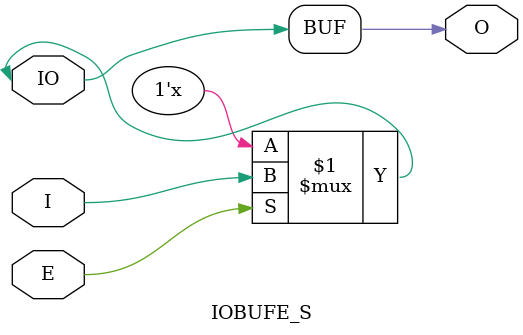
<source format=v>

/*

FUNCTION	: Input Output BUFFER

*/

`timescale  100 ps / 10 ps

`celldefine

module IOBUFE_S (O, IO, I, E);

    output O;

    inout  IO;

    input  I, E;

    bufif1 E1 (IO, I, E);
    buf B1 (O, IO);

    specify
	(IO *> O) = (1,1);
	(I *> IO) = (1,1);
	(E *> IO) = (1,1);
    endspecify

endmodule

`endcelldefine

</source>
